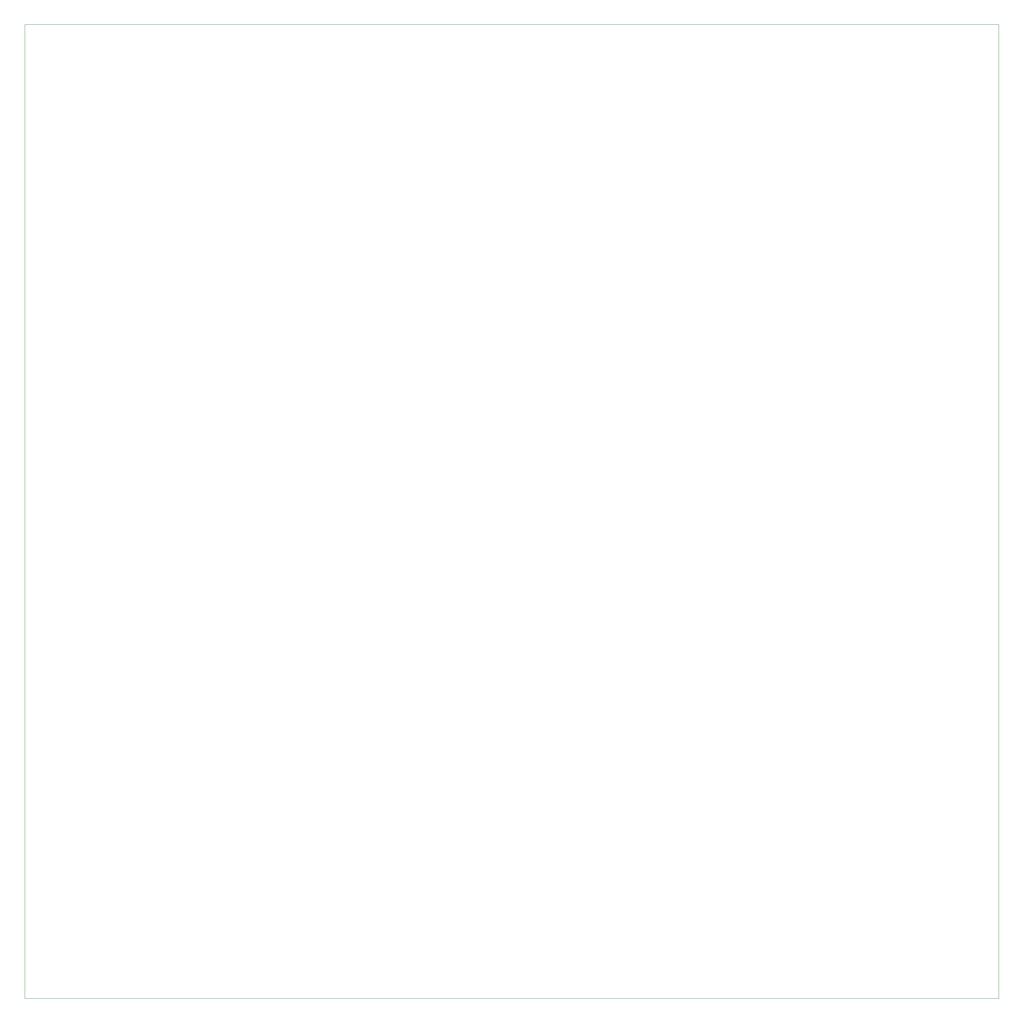
<source format=gbr>
%TF.GenerationSoftware,KiCad,Pcbnew,(6.0.1)*%
%TF.CreationDate,2022-02-23T07:06:03+01:00*%
%TF.ProjectId,ZigerWordClock,5a696765-7257-46f7-9264-436c6f636b2e,1.0*%
%TF.SameCoordinates,Original*%
%TF.FileFunction,Profile,NP*%
%FSLAX46Y46*%
G04 Gerber Fmt 4.6, Leading zero omitted, Abs format (unit mm)*
G04 Created by KiCad (PCBNEW (6.0.1)) date 2022-02-23 07:06:03*
%MOMM*%
%LPD*%
G01*
G04 APERTURE LIST*
%TA.AperFunction,Profile*%
%ADD10C,0.100000*%
%TD*%
G04 APERTURE END LIST*
D10*
X41837005Y-31032291D02*
X278837005Y-31032291D01*
X278837005Y-31032291D02*
X278837005Y-268032276D01*
X278837005Y-268032276D02*
X41837005Y-268032276D01*
X41837005Y-268032276D02*
X41837005Y-31032291D01*
X41837005Y-31032291D02*
X41837005Y-31032291D01*
M02*

</source>
